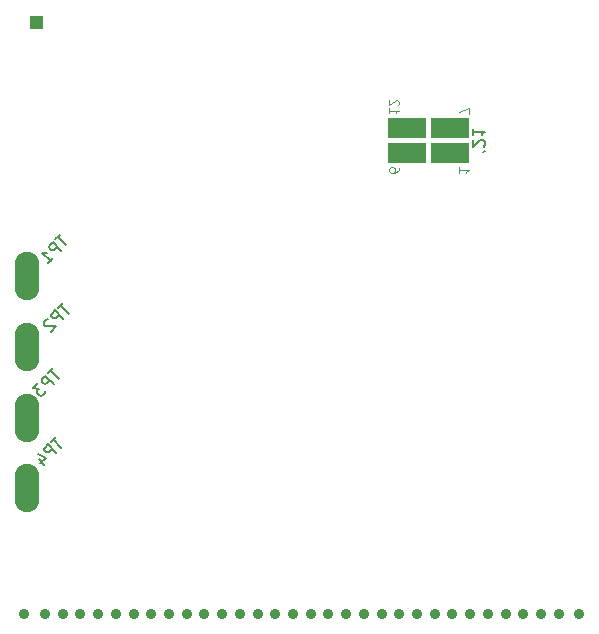
<source format=gbr>
G04 #@! TF.GenerationSoftware,KiCad,Pcbnew,(6.0.8)*
G04 #@! TF.CreationDate,2023-01-17T04:08:54-05:00*
G04 #@! TF.ProjectId,DMG-KGDU-10+,444d472d-4b47-4445-952d-31302b2e6b69,rev?*
G04 #@! TF.SameCoordinates,Original*
G04 #@! TF.FileFunction,Soldermask,Bot*
G04 #@! TF.FilePolarity,Negative*
%FSLAX46Y46*%
G04 Gerber Fmt 4.6, Leading zero omitted, Abs format (unit mm)*
G04 Created by KiCad (PCBNEW (6.0.8)) date 2023-01-17 04:08:54*
%MOMM*%
%LPD*%
G01*
G04 APERTURE LIST*
%ADD10C,0.150000*%
%ADD11C,0.100000*%
%ADD12C,0.901600*%
%ADD13R,3.300000X1.800000*%
%ADD14O,2.101600X4.101600*%
G04 APERTURE END LIST*
D10*
X121543696Y-101628573D02*
X121139635Y-102032634D01*
X122048772Y-102537710D02*
X121341665Y-101830603D01*
X121611039Y-102975443D02*
X120903932Y-102268336D01*
X120634558Y-102537710D01*
X120600887Y-102638725D01*
X120600887Y-102706069D01*
X120634558Y-102807084D01*
X120735574Y-102908099D01*
X120836589Y-102941771D01*
X120903932Y-102941771D01*
X121004948Y-102908100D01*
X121274322Y-102638725D01*
X120264169Y-102908100D02*
X119826436Y-103345832D01*
X120331513Y-103379504D01*
X120230497Y-103480519D01*
X120196826Y-103581535D01*
X120196826Y-103648878D01*
X120230497Y-103749893D01*
X120398856Y-103918252D01*
X120499871Y-103951924D01*
X120567215Y-103951924D01*
X120668230Y-103918252D01*
X120870261Y-103716222D01*
X120903932Y-103615206D01*
X120903932Y-103547863D01*
X122361576Y-96096453D02*
X121957515Y-96500514D01*
X122866652Y-97005590D02*
X122159545Y-96298483D01*
X122428919Y-97443323D02*
X121721812Y-96736216D01*
X121452438Y-97005590D01*
X121418767Y-97106605D01*
X121418767Y-97173949D01*
X121452438Y-97274964D01*
X121553454Y-97375979D01*
X121654469Y-97409651D01*
X121721812Y-97409651D01*
X121822828Y-97375980D01*
X122092202Y-97106605D01*
X121115721Y-97476995D02*
X121048377Y-97476995D01*
X120947362Y-97510667D01*
X120779003Y-97679025D01*
X120745332Y-97780041D01*
X120745332Y-97847384D01*
X120779003Y-97948399D01*
X120846347Y-98015743D01*
X120981034Y-98083086D01*
X121789156Y-98083086D01*
X121351423Y-98520819D01*
X122160916Y-90317953D02*
X121756855Y-90722014D01*
X122665992Y-91227090D02*
X121958885Y-90519983D01*
X122228259Y-91664823D02*
X121521152Y-90957716D01*
X121251778Y-91227090D01*
X121218107Y-91328105D01*
X121218107Y-91395449D01*
X121251778Y-91496464D01*
X121352794Y-91597479D01*
X121453809Y-91631151D01*
X121521152Y-91631151D01*
X121622168Y-91597480D01*
X121891542Y-91328105D01*
X121150763Y-92742319D02*
X121554824Y-92338258D01*
X121352794Y-92540289D02*
X120645687Y-91833182D01*
X120814046Y-91866854D01*
X120948733Y-91866854D01*
X121049748Y-91833182D01*
D11*
X150014775Y-79617433D02*
X150014775Y-80017433D01*
X150014775Y-79817433D02*
X150814775Y-79817433D01*
X150700489Y-79884100D01*
X150624299Y-79950766D01*
X150586203Y-80017433D01*
X150738584Y-79350766D02*
X150776680Y-79317433D01*
X150814775Y-79250766D01*
X150814775Y-79084100D01*
X150776680Y-79017433D01*
X150738584Y-78984100D01*
X150662394Y-78950766D01*
X150586203Y-78950766D01*
X150471918Y-78984100D01*
X150014775Y-79384100D01*
X150014775Y-78950766D01*
X150814775Y-84681719D02*
X150814775Y-84834100D01*
X150776680Y-84910290D01*
X150738584Y-84948385D01*
X150624299Y-85024576D01*
X150471918Y-85062671D01*
X150167156Y-85062671D01*
X150090965Y-85024576D01*
X150052870Y-84986480D01*
X150014775Y-84910290D01*
X150014775Y-84757909D01*
X150052870Y-84681719D01*
X150090965Y-84643623D01*
X150167156Y-84605528D01*
X150357632Y-84605528D01*
X150433822Y-84643623D01*
X150471918Y-84681719D01*
X150510013Y-84757909D01*
X150510013Y-84910290D01*
X150471918Y-84986480D01*
X150433822Y-85024576D01*
X150357632Y-85062671D01*
X155945415Y-84605528D02*
X155945415Y-85062671D01*
X155945415Y-84834100D02*
X156745415Y-84834100D01*
X156631129Y-84910290D01*
X156554939Y-84986480D01*
X156516843Y-85062671D01*
D10*
X158123799Y-83238861D02*
X157933322Y-83334100D01*
X158028560Y-82857909D02*
X158076180Y-82810290D01*
X158123799Y-82715052D01*
X158123799Y-82476957D01*
X158076180Y-82381719D01*
X158028560Y-82334100D01*
X157933322Y-82286480D01*
X157838084Y-82286480D01*
X157695227Y-82334100D01*
X157123799Y-82905528D01*
X157123799Y-82286480D01*
X157123799Y-81334100D02*
X157123799Y-81905528D01*
X157123799Y-81619814D02*
X158123799Y-81619814D01*
X157980941Y-81715052D01*
X157885703Y-81810290D01*
X157838084Y-81905528D01*
D11*
X156745415Y-80100766D02*
X156745415Y-79567433D01*
X155945415Y-79910290D01*
D10*
X121759596Y-107435013D02*
X121355535Y-107839074D01*
X122264672Y-108344150D02*
X121557565Y-107637043D01*
X121826939Y-108781883D02*
X121119832Y-108074776D01*
X120850458Y-108344150D01*
X120816787Y-108445165D01*
X120816787Y-108512509D01*
X120850458Y-108613524D01*
X120951474Y-108714539D01*
X121052489Y-108748211D01*
X121119832Y-108748211D01*
X121220848Y-108714540D01*
X121490222Y-108445165D01*
X120345382Y-109320631D02*
X120816787Y-109792036D01*
X120244367Y-108882898D02*
X120917802Y-109219616D01*
X120480069Y-109657349D01*
G36*
X120619000Y-72802000D02*
G01*
X119619000Y-72802000D01*
X119619000Y-71802000D01*
X120619000Y-71802000D01*
X120619000Y-72802000D01*
G37*
D11*
X120619000Y-72802000D02*
X119619000Y-72802000D01*
X119619000Y-71802000D01*
X120619000Y-71802000D01*
X120619000Y-72802000D01*
D10*
X121543696Y-101628573D02*
X121139635Y-102032634D01*
X122048772Y-102537710D02*
X121341665Y-101830603D01*
X121611039Y-102975443D02*
X120903932Y-102268336D01*
X120634558Y-102537710D01*
X120600887Y-102638725D01*
X120600887Y-102706069D01*
X120634558Y-102807084D01*
X120735574Y-102908099D01*
X120836589Y-102941771D01*
X120903932Y-102941771D01*
X121004948Y-102908100D01*
X121274322Y-102638725D01*
X120264169Y-102908100D02*
X119826436Y-103345832D01*
X120331513Y-103379504D01*
X120230497Y-103480519D01*
X120196826Y-103581535D01*
X120196826Y-103648878D01*
X120230497Y-103749893D01*
X120398856Y-103918252D01*
X120499871Y-103951924D01*
X120567215Y-103951924D01*
X120668230Y-103918252D01*
X120870261Y-103716222D01*
X120903932Y-103615206D01*
X120903932Y-103547863D01*
X122361576Y-96096453D02*
X121957515Y-96500514D01*
X122866652Y-97005590D02*
X122159545Y-96298483D01*
X122428919Y-97443323D02*
X121721812Y-96736216D01*
X121452438Y-97005590D01*
X121418767Y-97106605D01*
X121418767Y-97173949D01*
X121452438Y-97274964D01*
X121553454Y-97375979D01*
X121654469Y-97409651D01*
X121721812Y-97409651D01*
X121822828Y-97375980D01*
X122092202Y-97106605D01*
X121115721Y-97476995D02*
X121048377Y-97476995D01*
X120947362Y-97510667D01*
X120779003Y-97679025D01*
X120745332Y-97780041D01*
X120745332Y-97847384D01*
X120779003Y-97948399D01*
X120846347Y-98015743D01*
X120981034Y-98083086D01*
X121789156Y-98083086D01*
X121351423Y-98520819D01*
X122160916Y-90317953D02*
X121756855Y-90722014D01*
X122665992Y-91227090D02*
X121958885Y-90519983D01*
X122228259Y-91664823D02*
X121521152Y-90957716D01*
X121251778Y-91227090D01*
X121218107Y-91328105D01*
X121218107Y-91395449D01*
X121251778Y-91496464D01*
X121352794Y-91597479D01*
X121453809Y-91631151D01*
X121521152Y-91631151D01*
X121622168Y-91597480D01*
X121891542Y-91328105D01*
X121150763Y-92742319D02*
X121554824Y-92338258D01*
X121352794Y-92540289D02*
X120645687Y-91833182D01*
X120814046Y-91866854D01*
X120948733Y-91866854D01*
X121049748Y-91833182D01*
D11*
X150014775Y-79617433D02*
X150014775Y-80017433D01*
X150014775Y-79817433D02*
X150814775Y-79817433D01*
X150700489Y-79884100D01*
X150624299Y-79950766D01*
X150586203Y-80017433D01*
X150738584Y-79350766D02*
X150776680Y-79317433D01*
X150814775Y-79250766D01*
X150814775Y-79084100D01*
X150776680Y-79017433D01*
X150738584Y-78984100D01*
X150662394Y-78950766D01*
X150586203Y-78950766D01*
X150471918Y-78984100D01*
X150014775Y-79384100D01*
X150014775Y-78950766D01*
X150814775Y-84681719D02*
X150814775Y-84834100D01*
X150776680Y-84910290D01*
X150738584Y-84948385D01*
X150624299Y-85024576D01*
X150471918Y-85062671D01*
X150167156Y-85062671D01*
X150090965Y-85024576D01*
X150052870Y-84986480D01*
X150014775Y-84910290D01*
X150014775Y-84757909D01*
X150052870Y-84681719D01*
X150090965Y-84643623D01*
X150167156Y-84605528D01*
X150357632Y-84605528D01*
X150433822Y-84643623D01*
X150471918Y-84681719D01*
X150510013Y-84757909D01*
X150510013Y-84910290D01*
X150471918Y-84986480D01*
X150433822Y-85024576D01*
X150357632Y-85062671D01*
X155945415Y-84605528D02*
X155945415Y-85062671D01*
X155945415Y-84834100D02*
X156745415Y-84834100D01*
X156631129Y-84910290D01*
X156554939Y-84986480D01*
X156516843Y-85062671D01*
D10*
X158123799Y-83238861D02*
X157933322Y-83334100D01*
X158028560Y-82857909D02*
X158076180Y-82810290D01*
X158123799Y-82715052D01*
X158123799Y-82476957D01*
X158076180Y-82381719D01*
X158028560Y-82334100D01*
X157933322Y-82286480D01*
X157838084Y-82286480D01*
X157695227Y-82334100D01*
X157123799Y-82905528D01*
X157123799Y-82286480D01*
X157123799Y-81334100D02*
X157123799Y-81905528D01*
X157123799Y-81619814D02*
X158123799Y-81619814D01*
X157980941Y-81715052D01*
X157885703Y-81810290D01*
X157838084Y-81905528D01*
D11*
X156745415Y-80100766D02*
X156745415Y-79567433D01*
X155945415Y-79910290D01*
D10*
X121759596Y-107435013D02*
X121355535Y-107839074D01*
X122264672Y-108344150D02*
X121557565Y-107637043D01*
X121826939Y-108781883D02*
X121119832Y-108074776D01*
X120850458Y-108344150D01*
X120816787Y-108445165D01*
X120816787Y-108512509D01*
X120850458Y-108613524D01*
X120951474Y-108714539D01*
X121052489Y-108748211D01*
X121119832Y-108748211D01*
X121220848Y-108714540D01*
X121490222Y-108445165D01*
X120345382Y-109320631D02*
X120816787Y-109792036D01*
X120244367Y-108882898D02*
X120917802Y-109219616D01*
X120480069Y-109657349D01*
G36*
X120619000Y-72802000D02*
G01*
X119619000Y-72802000D01*
X119619000Y-71802000D01*
X120619000Y-71802000D01*
X120619000Y-72802000D01*
G37*
D11*
X120619000Y-72802000D02*
X119619000Y-72802000D01*
X119619000Y-71802000D01*
X120619000Y-71802000D01*
X120619000Y-72802000D01*
D12*
X119120000Y-122402000D03*
X120870000Y-122402000D03*
X122370000Y-122402000D03*
X123870000Y-122402000D03*
X125370000Y-122402000D03*
X126870000Y-122402000D03*
X128370000Y-122402000D03*
X129870000Y-122402000D03*
X131370000Y-122402000D03*
X132870000Y-122402000D03*
X134370000Y-122402000D03*
X135870000Y-122402000D03*
X137370000Y-122402000D03*
X138870000Y-122402000D03*
X140370000Y-122402000D03*
X141870000Y-122402000D03*
X143370000Y-122402000D03*
X144870000Y-122402000D03*
X146370000Y-122402000D03*
X147870000Y-122402000D03*
X149370000Y-122402000D03*
X150870000Y-122402000D03*
X152370000Y-122402000D03*
X153870000Y-122402000D03*
X155370000Y-122402000D03*
X156870000Y-122402000D03*
X158370000Y-122402000D03*
X159870000Y-122402000D03*
X161370000Y-122402000D03*
X162870000Y-122402000D03*
X164370000Y-122402000D03*
X166120000Y-122402000D03*
D13*
X155192000Y-81284100D03*
X155192000Y-83384100D03*
X151492000Y-81284100D03*
X151492000Y-83384100D03*
D14*
X119319000Y-93802000D03*
X119319000Y-99802000D03*
X119319000Y-105802000D03*
X119319000Y-111802000D03*
M02*

</source>
